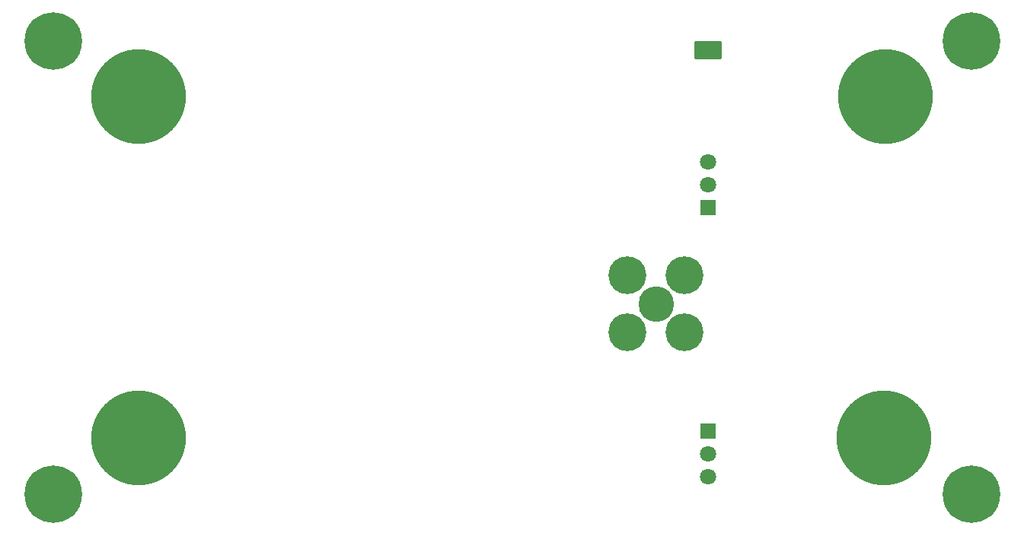
<source format=gts>
G04 #@! TF.FileFunction,Soldermask,Top*
%FSLAX46Y46*%
G04 Gerber Fmt 4.6, Leading zero omitted, Abs format (unit mm)*
G04 Created by KiCad (PCBNEW 4.0.2-stable) date Sun Jun 26 23:15:05 2016*
%MOMM*%
G01*
G04 APERTURE LIST*
%ADD10C,0.100000*%
%ADD11C,4.210000*%
%ADD12C,3.956000*%
%ADD13R,1.797000X1.797000*%
%ADD14C,1.797000*%
%ADD15C,6.400000*%
%ADD16C,10.560000*%
%ADD17C,0.254000*%
G04 APERTURE END LIST*
D10*
D11*
X153585123Y-87590371D03*
D12*
X156760123Y-90765371D03*
D11*
X159935123Y-87590371D03*
X153585123Y-93940371D03*
X159935123Y-93940371D03*
D13*
X162500000Y-104960000D03*
D14*
X162500000Y-107500000D03*
X162500000Y-110040000D03*
D13*
X162500000Y-80040000D03*
D14*
X162500000Y-77500000D03*
X162500000Y-74960000D03*
D15*
X89700000Y-112000000D03*
X191800000Y-112000000D03*
X191800000Y-61500000D03*
X89700000Y-61500000D03*
D16*
X182213380Y-67708478D03*
X99213380Y-105708478D03*
X99213380Y-67708478D03*
X182113380Y-105708478D03*
D17*
G36*
X163873000Y-63373000D02*
X161127000Y-63373000D01*
X161127000Y-61627000D01*
X163873000Y-61627000D01*
X163873000Y-63373000D01*
X163873000Y-63373000D01*
G37*
X163873000Y-63373000D02*
X161127000Y-63373000D01*
X161127000Y-61627000D01*
X163873000Y-61627000D01*
X163873000Y-63373000D01*
M02*

</source>
